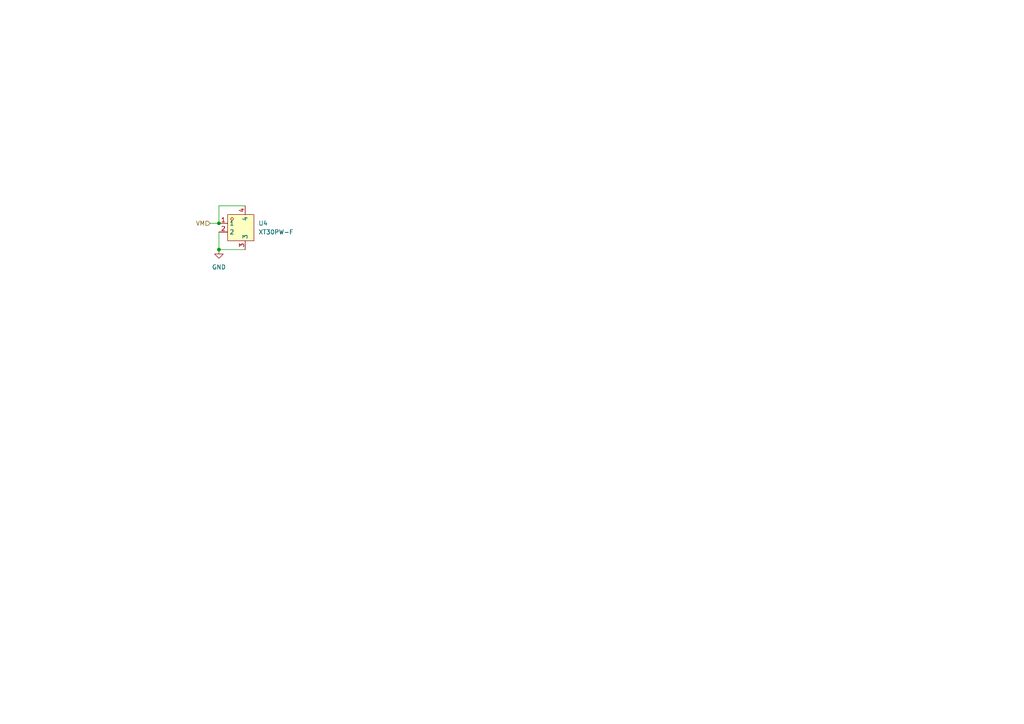
<source format=kicad_sch>
(kicad_sch (version 20231120) (generator "eeschema") (generator_version "8.0")
  (paper "A4")
  (lib_symbols
    (symbol "easyeda2kicad:XT30PW-F"
      (property "Reference" "U" (at 0 11.43 0))
      (property "Value" "XT30PW-F" (at 0 -11.43 0))
      (symbol "XT30PW-F_0_1"
        (rectangle (start -2.54 3.81) (end 5.08 -3.81) (fill (type background)))
        (circle (center -1.27 2.54) (radius 0.38))
        (pin unspecified line (at -5.08 1.27 0) (length 2.54) (name "1") (number "1"))
        (pin unspecified line (at -5.08 -1.27 0) (length 2.54) (name "2") (number "2"))
        (pin unspecified line (at 2.54 -6.35 90) (length 2.54) (name "3") (number "3"))
        (pin unspecified line (at 2.54 6.35 270) (length 2.54) (name "4") (number "4"))
      )
    )
    (symbol "power:GND" (power) (pin_names (offset 0))
      (property "Value" "GND" (at 0 -3.81 0))
      (symbol "GND_0_1"
        (polyline (pts (xy 0 0) (xy 0 -1.27) (xy 1.27 -1.27) (xy 0 -2.54) (xy -1.27 -1.27) (xy 0 -1.27)))
      )
      (symbol "GND_1_1"
        (pin power_in line (at 0 0 270) (length 0) hide (name "GND") (number "1"))
      )
    )
  )
  (junction (at 63.5 64.77))
  (junction (at 63.5 72.39))
  (wire (pts (xy 63.5 67.31) (xy 63.5 72.39)))
  (wire (pts (xy 63.5 59.69) (xy 71.12 59.69)))
  (wire (pts (xy 63.5 72.39) (xy 71.12 72.39)))
  (wire (pts (xy 63.5 64.77) (xy 63.5 59.69)))
  (wire (pts (xy 60.96 64.77) (xy 63.5 64.77)))
  (hierarchical_label "VM" (shape input) (at 60.96 64.77 180))
  (symbol (lib_id "easyeda2kicad:XT30PW-F") (at 68.58 66.04 0) (unit 1)
    (property "Reference" "U4" (at 74.93 64.7699 0) (effects (justify left)))
    (property "Value" "XT30PW-F" (at 74.93 67.3099 0) (effects (justify left)))
    (property "Footprint" "easyeda2kicad:CONN-TH_XT30PW-F-1" (effects (hide yes)))
    (property "LCSC Part" "C2913282" (effects (hide yes)))
  )
  (symbol (lib_id "power:GND") (at 63.5 72.39 0) (unit 1)
    (property "Reference" "#PWR012" (effects (hide yes)))
    (property "Value" "GND" (at 63.5 77.47 0))
  )
)
</source>
